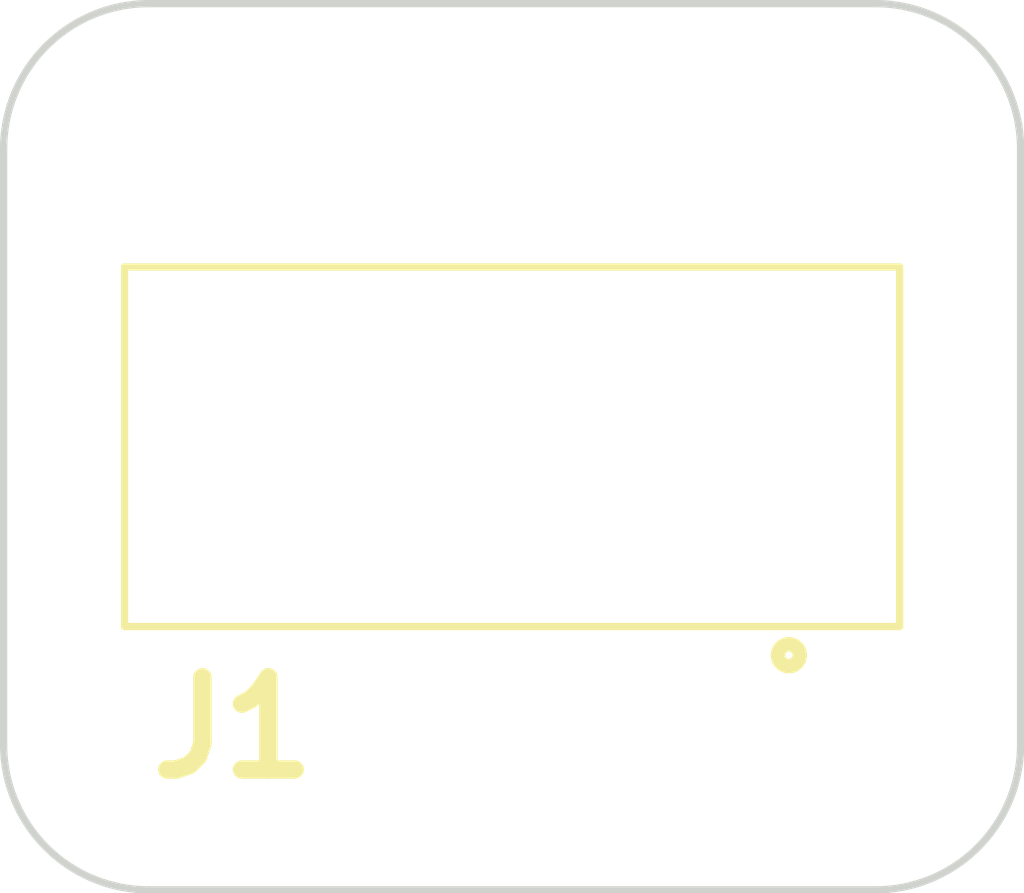
<source format=kicad_pcb>
(kicad_pcb (version 20221018) (generator pcbnew)
  (layers (0 "F.Cu" signal) (31 "B.Cu" signal) (34 "B.Paste" user) (35 "F.Paste" user) (36 "B.SilkS" user "B.Silkscreen") (37 "F.SilkS" user "F.Silkscreen") (38 "B.Mask" user) (39 "F.Mask" user) (44 "Edge.Cuts" user))
  (net 0 "")
  (footprint "SamacSys_Parts:ESW-104-XX-Y-D (NO COPPER)" (layer "F.Cu") (at 115.81 103.37)
    (fp_text reference "J1" (at -7.65 2.6) (layer "F.SilkS") (effects (font (size 1.27 1.27) (thickness 0.254))))
    (fp_text value "ESW-104-14-T-D" hide)
    (fp_line (start -9.145 -3.745) (end 1.525 -3.745) (stroke (width 0.1)) (layer "F.SilkS"))
    (fp_line (start -9.145 1.205) (end -9.145 -3.745) (stroke (width 0.1)) (layer "F.SilkS"))
    (fp_line (start 1.525 -3.745) (end 1.525 1.205) (stroke (width 0.1)) (layer "F.SilkS"))
    (fp_line (start 1.525 1.205) (end -9.145 1.205) (stroke (width 0.1)) (layer "F.SilkS"))
    (fp_circle (center 0 1.6) (end 0 1.65) (stroke (width 0.2)) (fill none) (layer "F.SilkS"))
    (pad "" np_thru_hole circle (at -7.62 -2.54) (size 1.04 1.04) (drill 1.04) (layers "F&B.Cu" "*.Mask"))
    (pad "" np_thru_hole circle (at -7.62 0) (size 1.04 1.04) (drill 1.04) (layers "F&B.Cu" "*.Mask"))
    (pad "" np_thru_hole circle (at -5.08 -2.54) (size 1.04 1.04) (drill 1.04) (layers "F&B.Cu" "*.Mask"))
    (pad "" np_thru_hole circle (at -5.08 0) (size 1.04 1.04) (drill 1.04) (layers "F&B.Cu" "*.Mask"))
    (pad "" np_thru_hole circle (at -2.54 -2.54) (size 1.04 1.04) (drill 1.04) (layers "F&B.Cu" "*.Mask"))
    (pad "" np_thru_hole circle (at -2.54 0) (size 1.04 1.04) (drill 1.04) (layers "F&B.Cu" "*.Mask"))
    (pad "" np_thru_hole circle (at 0 -2.54) (size 1.04 1.04) (drill 1.04) (layers "F&B.Cu" "*.Mask"))
    (pad "" np_thru_hole circle (at 0 0) (size 1.04 1.04) (drill 1.04) (layers "F&B.Cu" "*.Mask"))
  )
  (gr_arc (start 107 108.2) (mid 105.585786 107.614214) (end 105 106.2) (stroke (width 0.1)) (layer "Edge.Cuts"))
  (gr_arc (start 117 96) (mid 118.414214 96.585786) (end 119 98) (stroke (width 0.1)) (layer "Edge.Cuts"))
  (gr_line (start 105 106.2) (end 105 98) (stroke (width 0.1)) (layer "Edge.Cuts"))
  (gr_line (start 107 96) (end 117 96) (stroke (width 0.1)) (layer "Edge.Cuts"))
  (gr_line (start 119 98) (end 119 106.2) (stroke (width 0.1)) (layer "Edge.Cuts"))
  (gr_line (start 117 108.2) (end 107 108.2) (stroke (width 0.1)) (layer "Edge.Cuts"))
  (gr_arc (start 119 106.2) (mid 118.414214 107.614214) (end 117 108.2) (stroke (width 0.1)) (layer "Edge.Cuts"))
  (gr_arc (start 105 98) (mid 105.585786 96.585786) (end 107 96) (stroke (width 0.1)) (layer "Edge.Cuts"))
)
</source>
